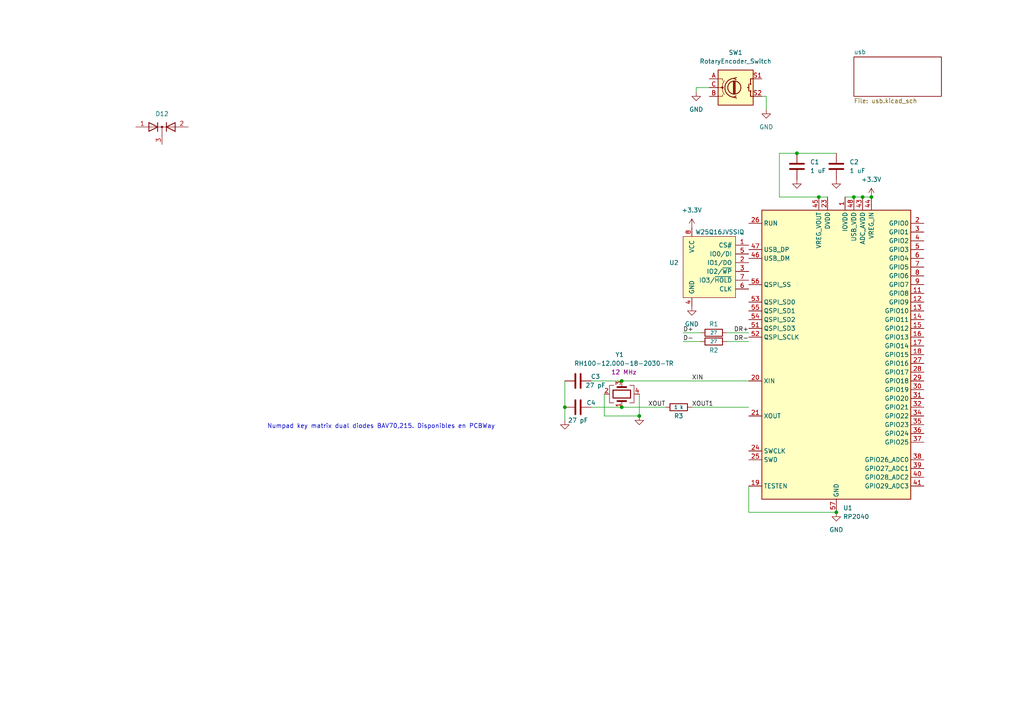
<source format=kicad_sch>
(kicad_sch (version 20230121) (generator eeschema)
  (paper "A4")
  (title_block (title "Unpad") (date "2023-09-19") (rev "0.0"))
  (lib_symbols
    (symbol "Device:C" (pin_numbers hide) (pin_names (offset 0.254))
      (property "Reference" "C" (at 0.635 2.54 0))
      (property "Value" "C" (at 0.635 -2.54 0))
      (symbol "C_0_1"
        (polyline (pts (xy -2.032 -0.762) (xy 2.032 -0.762)) (stroke (width 0.508)))
        (polyline (pts (xy -2.032 0.762) (xy 2.032 0.762)) (stroke (width 0.508)))
      )
      (symbol "C_1_1"
        (pin passive line (at 0 3.81 270) (length 2.794) (name "~") (number "1"))
        (pin passive line (at 0 -3.81 90) (length 2.794) (name "~") (number "2"))
      )
    )
    (symbol "Device:Crystal_GND24" (pin_names (offset 1.016) hide)
      (property "Reference" "Y" (at 3.175 5.08 0))
      (property "Value" "Crystal_GND24" (at 3.175 3.175 0))
      (symbol "Crystal_GND24_0_1"
        (rectangle (start -1.143 2.54) (end 1.143 -2.54) (stroke (width 0.3048)))
        (polyline (pts (xy -2.54 0) (xy -2.032 0)))
        (polyline (pts (xy -2.032 -1.27) (xy -2.032 1.27)) (stroke (width 0.508)))
        (polyline (pts (xy 0 -3.81) (xy 0 -3.556)))
        (polyline (pts (xy 0 3.556) (xy 0 3.81)))
        (polyline (pts (xy 2.032 -1.27) (xy 2.032 1.27)) (stroke (width 0.508)))
        (polyline (pts (xy 2.032 0) (xy 2.54 0)))
        (polyline (pts (xy -2.54 -2.286) (xy -2.54 -3.556) (xy 2.54 -3.556) (xy 2.54 -2.286)))
        (polyline (pts (xy -2.54 2.286) (xy -2.54 3.556) (xy 2.54 3.556) (xy 2.54 2.286)))
      )
      (symbol "Crystal_GND24_1_1"
        (pin passive line (at -3.81 0 0) (length 1.27) (name "1") (number "1"))
        (pin passive line (at 0 5.08 270) (length 1.27) (name "2") (number "2"))
        (pin passive line (at 3.81 0 180) (length 1.27) (name "3") (number "3"))
        (pin passive line (at 0 -5.08 90) (length 1.27) (name "4") (number "4"))
      )
    )
    (symbol "Device:R" (pin_numbers hide) (pin_names (offset 0))
      (property "Reference" "R" (at 2.032 0 90))
      (property "Value" "R" (at 0 0 90))
      (symbol "R_0_1"
        (rectangle (start -1.016 -2.54) (end 1.016 2.54) (stroke (width 0.254)))
      )
      (symbol "R_1_1"
        (pin passive line (at 0 3.81 270) (length 1.27) (name "~") (number "1"))
        (pin passive line (at 0 -3.81 90) (length 1.27) (name "~") (number "2"))
      )
    )
    (symbol "Device:RotaryEncoder_Switch" (pin_names (offset 0.254) hide)
      (property "Reference" "SW" (at 0 6.604 0))
      (property "Value" "RotaryEncoder_Switch" (at 0 -6.604 0))
      (symbol "RotaryEncoder_Switch_0_1"
        (rectangle (start -5.08 5.08) (end 5.08 -5.08) (stroke (width 0.254)) (fill (type background)))
        (circle (center -3.81 0) (radius 0.254) (fill (type outline)))
        (circle (center -0.381 0) (radius 1.905) (stroke (width 0.254)))
        (arc (start -0.381 2.667) (mid -3.0988 -0.0635) (end -0.381 -2.794) (stroke (width 0.254)))
        (polyline (pts (xy -0.635 -1.778) (xy -0.635 1.778)) (stroke (width 0.254)))
        (polyline (pts (xy -0.381 -1.778) (xy -0.381 1.778)) (stroke (width 0.254)))
        (polyline (pts (xy -0.127 1.778) (xy -0.127 -1.778)) (stroke (width 0.254)))
        (polyline (pts (xy 3.81 0) (xy 3.429 0)) (stroke (width 0.254)))
        (polyline (pts (xy 3.81 1.016) (xy 3.81 -1.016)) (stroke (width 0.254)))
        (polyline (pts (xy -5.08 -2.54) (xy -3.81 -2.54) (xy -3.81 -2.032)))
        (polyline (pts (xy -5.08 2.54) (xy -3.81 2.54) (xy -3.81 2.032)))
        (polyline (pts (xy 0.254 -3.048) (xy -0.508 -2.794) (xy 0.127 -2.413)) (stroke (width 0.254)))
        (polyline (pts (xy 0.254 2.921) (xy -0.508 2.667) (xy 0.127 2.286)) (stroke (width 0.254)))
        (polyline (pts (xy 5.08 -2.54) (xy 4.318 -2.54) (xy 4.318 -1.016)) (stroke (width 0.254)))
        (polyline (pts (xy 5.08 2.54) (xy 4.318 2.54) (xy 4.318 1.016)) (stroke (width 0.254)))
        (polyline (pts (xy -5.08 0) (xy -3.81 0) (xy -3.81 -1.016) (xy -3.302 -2.032)))
        (polyline (pts (xy -4.318 0) (xy -3.81 0) (xy -3.81 1.016) (xy -3.302 2.032)))
        (circle (center 4.318 -1.016) (radius 0.127) (stroke (width 0.254)))
        (circle (center 4.318 1.016) (radius 0.127) (stroke (width 0.254)))
      )
      (symbol "RotaryEncoder_Switch_1_1"
        (pin passive line (at -7.62 2.54 0) (length 2.54) (name "A") (number "A"))
        (pin passive line (at -7.62 -2.54 0) (length 2.54) (name "B") (number "B"))
        (pin passive line (at -7.62 0 0) (length 2.54) (name "C") (number "C"))
        (pin passive line (at 7.62 2.54 180) (length 2.54) (name "S1") (number "S1"))
        (pin passive line (at 7.62 -2.54 180) (length 2.54) (name "S2") (number "S2"))
      )
    )
    (symbol "Diode:BAV70" (pin_names hide)
      (property "Reference" "D" (at 0.635 -2.54 0))
      (property "Value" "BAV70" (at 0 2.54 0))
      (symbol "BAV70_0_1"
        (polyline (pts (xy -3.81 0) (xy 3.81 0)))
        (polyline (pts (xy 0 0) (xy 0 -2.54)))
        (polyline (pts (xy -1.27 -1.27) (xy -1.27 1.27) (xy -1.27 1.27)) (stroke (width 0.254)))
        (polyline (pts (xy 1.27 -1.27) (xy 1.27 1.27) (xy 1.27 1.27)) (stroke (width 0.254)))
        (polyline (pts (xy -3.81 1.27) (xy -1.27 0) (xy -3.81 -1.27) (xy -3.81 1.27) (xy -3.81 1.27) (xy -3.81 1.27)) (stroke (width 0.254)))
        (polyline (pts (xy 3.81 -1.27) (xy 1.27 0) (xy 3.81 1.27) (xy 3.81 -1.27) (xy 3.81 -1.27) (xy 3.81 -1.27)) (stroke (width 0.254)))
        (circle (center 0 0) (radius 0.254) (fill (type outline)))
        (pin passive line (at -7.62 0 0) (length 3.81) (name "A") (number "1"))
        (pin passive line (at 7.62 0 180) (length 3.81) (name "A") (number "2"))
        (pin passive line (at 0 -5.08 90) (length 2.54) (name "K") (number "3"))
      )
    )
    (symbol "MCU_RaspberryPi:RP2040"
      (property "Reference" "U" (at 17.78 45.72 0))
      (property "Value" "RP2040" (at 17.78 43.18 0))
      (symbol "RP2040_0_1"
        (rectangle (start -21.59 41.91) (end 21.59 -41.91) (stroke (width 0.254)) (fill (type background)))
      )
      (symbol "RP2040_1_1"
        (pin power_in line (at 2.54 45.72 270) (length 3.81) (name "IOVDD") (number "1"))
        (pin passive line (at 2.54 45.72 270) (length 3.81) hide (name "IOVDD") (number "10"))
        (pin bidirectional line (at 25.4 17.78 180) (length 3.81) (name "GPIO8") (number "11"))
        (pin bidirectional line (at 25.4 15.24 180) (length 3.81) (name "GPIO9") (number "12"))
        (pin bidirectional line (at 25.4 12.7 180) (length 3.81) (name "GPIO10") (number "13"))
        (pin bidirectional line (at 25.4 10.16 180) (length 3.81) (name "GPIO11") (number "14"))
        (pin bidirectional line (at 25.4 7.62 180) (length 3.81) (name "GPIO12") (number "15"))
        (pin bidirectional line (at 25.4 5.08 180) (length 3.81) (name "GPIO13") (number "16"))
        (pin bidirectional line (at 25.4 2.54 180) (length 3.81) (name "GPIO14") (number "17"))
        (pin bidirectional line (at 25.4 0 180) (length 3.81) (name "GPIO15") (number "18"))
        (pin input line (at -25.4 -38.1 0) (length 3.81) (name "TESTEN") (number "19"))
        (pin bidirectional line (at 25.4 38.1 180) (length 3.81) (name "GPIO0") (number "2"))
        (pin input line (at -25.4 -7.62 0) (length 3.81) (name "XIN") (number "20"))
        (pin passive line (at -25.4 -17.78 0) (length 3.81) (name "XOUT") (number "21"))
        (pin passive line (at 2.54 45.72 270) (length 3.81) hide (name "IOVDD") (number "22"))
        (pin power_in line (at -2.54 45.72 270) (length 3.81) (name "DVDD") (number "23"))
        (pin input line (at -25.4 -27.94 0) (length 3.81) (name "SWCLK") (number "24"))
        (pin bidirectional line (at -25.4 -30.48 0) (length 3.81) (name "SWD") (number "25"))
        (pin input line (at -25.4 38.1 0) (length 3.81) (name "RUN") (number "26"))
        (pin bidirectional line (at 25.4 -2.54 180) (length 3.81) (name "GPIO16") (number "27"))
        (pin bidirectional line (at 25.4 -5.08 180) (length 3.81) (name "GPIO17") (number "28"))
        (pin bidirectional line (at 25.4 -7.62 180) (length 3.81) (name "GPIO18") (number "29"))
        (pin bidirectional line (at 25.4 35.56 180) (length 3.81) (name "GPIO1") (number "3"))
        (pin bidirectional line (at 25.4 -10.16 180) (length 3.81) (name "GPIO19") (number "30"))
        (pin bidirectional line (at 25.4 -12.7 180) (length 3.81) (name "GPIO20") (number "31"))
        (pin bidirectional line (at 25.4 -15.24 180) (length 3.81) (name "GPIO21") (number "32"))
        (pin passive line (at 2.54 45.72 270) (length 3.81) hide (name "IOVDD") (number "33"))
        (pin bidirectional line (at 25.4 -17.78 180) (length 3.81) (name "GPIO22") (number "34"))
        (pin bidirectional line (at 25.4 -20.32 180) (length 3.81) (name "GPIO23") (number "35"))
        (pin bidirectional line (at 25.4 -22.86 180) (length 3.81) (name "GPIO24") (number "36"))
        (pin bidirectional line (at 25.4 -25.4 180) (length 3.81) (name "GPIO25") (number "37"))
        (pin bidirectional line (at 25.4 -30.48 180) (length 3.81) (name "GPIO26_ADC0") (number "38"))
        (pin bidirectional line (at 25.4 -33.02 180) (length 3.81) (name "GPIO27_ADC1") (number "39"))
        (pin bidirectional line (at 25.4 33.02 180) (length 3.81) (name "GPIO2") (number "4"))
        (pin bidirectional line (at 25.4 -35.56 180) (length 3.81) (name "GPIO28_ADC2") (number "40"))
        (pin bidirectional line (at 25.4 -38.1 180) (length 3.81) (name "GPIO29_ADC3") (number "41"))
        (pin passive line (at 2.54 45.72 270) (length 3.81) hide (name "IOVDD") (number "42"))
        (pin power_in line (at 7.62 45.72 270) (length 3.81) (name "ADC_AVDD") (number "43"))
        (pin power_in line (at 10.16 45.72 270) (length 3.81) (name "VREG_IN") (number "44"))
        (pin power_out line (at -5.08 45.72 270) (length 3.81) (name "VREG_VOUT") (number "45"))
        (pin bidirectional line (at -25.4 27.94 0) (length 3.81) (name "USB_DM") (number "46"))
        (pin bidirectional line (at -25.4 30.48 0) (length 3.81) (name "USB_DP") (number "47"))
        (pin power_in line (at 5.08 45.72 270) (length 3.81) (name "USB_VDD") (number "48"))
        (pin passive line (at 2.54 45.72 270) (length 3.81) hide (name "IOVDD") (number "49"))
        (pin bidirectional line (at 25.4 30.48 180) (length 3.81) (name "GPIO3") (number "5"))
        (pin passive line (at -2.54 45.72 270) (length 3.81) hide (name "DVDD") (number "50"))
        (pin bidirectional line (at -25.4 7.62 0) (length 3.81) (name "QSPI_SD3") (number "51"))
        (pin output line (at -25.4 5.08 0) (length 3.81) (name "QSPI_SCLK") (number "52"))
        (pin bidirectional line (at -25.4 15.24 0) (length 3.81) (name "QSPI_SD0") (number "53"))
        (pin bidirectional line (at -25.4 10.16 0) (length 3.81) (name "QSPI_SD2") (number "54"))
        (pin bidirectional line (at -25.4 12.7 0) (length 3.81) (name "QSPI_SD1") (number "55"))
        (pin bidirectional line (at -25.4 20.32 0) (length 3.81) (name "QSPI_SS") (number "56"))
        (pin power_in line (at 0 -45.72 90) (length 3.81) (name "GND") (number "57"))
        (pin bidirectional line (at 25.4 27.94 180) (length 3.81) (name "GPIO4") (number "6"))
        (pin bidirectional line (at 25.4 25.4 180) (length 3.81) (name "GPIO5") (number "7"))
        (pin bidirectional line (at 25.4 22.86 180) (length 3.81) (name "GPIO6") (number "8"))
        (pin bidirectional line (at 25.4 20.32 180) (length 3.81) (name "GPIO7") (number "9"))
      )
    )
    (symbol "QSPI_flash:W25Q16JVSSIQ" (pin_names (offset 1.016))
      (property "Reference" "U" (at -7.62 12.7 0))
      (property "Value" "W25Q16JVSSIQ" (at -7.62 10.16 0))
      (symbol "W25Q16JVSSIQ_0_1"
        (rectangle (start -7.62 8.89) (end 7.62 -8.89) (fill (type background)))
      )
      (symbol "W25Q16JVSSIQ_1_1"
        (pin input line (at -11.43 6.35 0) (length 3.81) (name "CS#") (number "1"))
        (pin bidirectional line (at -11.43 1.27 0) (length 3.81) (name "IO1/DO") (number "2"))
        (pin input line (at -11.43 -1.27 0) (length 3.81) (name "IO2/~{WP}") (number "3"))
        (pin power_in line (at 5.08 -11.43 90) (length 2.54) (name "GND") (number "4"))
        (pin bidirectional line (at -11.43 3.81 0) (length 3.81) (name "IO0/DI") (number "5"))
        (pin input line (at -11.43 -6.35 0) (length 3.81) (name "CLK") (number "6"))
        (pin input line (at -11.43 -3.81 0) (length 3.81) (name "IO3/~{HOLD}") (number "7"))
        (pin power_in line (at 5.08 11.43 270) (length 2.54) (name "VCC") (number "8"))
      )
    )
    (symbol "power:+3.3V" (power) (pin_names (offset 0))
      (property "Value" "+3.3V" (at 0 3.556 0))
      (symbol "+3.3V_0_1"
        (polyline (pts (xy -0.762 1.27) (xy 0 2.54)))
        (polyline (pts (xy 0 0) (xy 0 2.54)))
        (polyline (pts (xy 0 2.54) (xy 0.762 1.27)))
      )
      (symbol "+3.3V_1_1"
        (pin power_in line (at 0 0 90) (length 0) hide (name "+3.3V") (number "1"))
      )
    )
    (symbol "power:GND" (power) (pin_names (offset 0))
      (property "Value" "GND" (at 0 -3.81 0))
      (symbol "GND_0_1"
        (polyline (pts (xy 0 0) (xy 0 -1.27) (xy 1.27 -1.27) (xy 0 -2.54) (xy -1.27 -1.27) (xy 0 -1.27)))
      )
      (symbol "GND_1_1"
        (pin power_in line (at 0 0 270) (length 0) hide (name "GND") (number "1"))
      )
    )
  )
  (junction (at 252.73 57.15))
  (junction (at 237.49 57.15))
  (junction (at 247.65 57.15))
  (junction (at 180.34 110.49))
  (junction (at 185.42 120.65))
  (junction (at 180.34 118.11))
  (junction (at 250.19 57.15))
  (junction (at 163.83 118.11))
  (junction (at 242.57 148.59))
  (junction (at 231.14 44.45))
  (wire (pts (xy 175.26 114.3) (xy 175.26 120.65)))
  (wire (pts (xy 180.34 110.49) (xy 217.17 110.49)))
  (wire (pts (xy 201.93 25.4) (xy 201.93 26.67)))
  (wire (pts (xy 180.34 118.11) (xy 193.04 118.11)))
  (wire (pts (xy 203.2 96.52) (xy 198.12 96.52)))
  (wire (pts (xy 231.14 44.45) (xy 226.06 44.45)))
  (wire (pts (xy 171.45 110.49) (xy 180.34 110.49)))
  (wire (pts (xy 171.45 118.11) (xy 180.34 118.11)))
  (wire (pts (xy 217.17 148.59) (xy 242.57 148.59)))
  (wire (pts (xy 245.11 57.15) (xy 247.65 57.15)))
  (wire (pts (xy 222.25 27.94) (xy 220.98 27.94)))
  (wire (pts (xy 250.19 57.15) (xy 252.73 57.15)))
  (wire (pts (xy 203.2 99.06) (xy 198.12 99.06)))
  (wire (pts (xy 226.06 44.45) (xy 226.06 57.15)))
  (wire (pts (xy 226.06 57.15) (xy 237.49 57.15)))
  (wire (pts (xy 242.57 44.45) (xy 231.14 44.45)))
  (wire (pts (xy 210.82 96.52) (xy 217.17 96.52)))
  (wire (pts (xy 200.66 118.11) (xy 217.17 118.11)))
  (wire (pts (xy 175.26 120.65) (xy 185.42 120.65)))
  (wire (pts (xy 163.83 110.49) (xy 163.83 118.11)))
  (wire (pts (xy 222.25 31.75) (xy 222.25 27.94)))
  (wire (pts (xy 185.42 120.65) (xy 185.42 114.3)))
  (wire (pts (xy 237.49 57.15) (xy 240.03 57.15)))
  (wire (pts (xy 210.82 99.06) (xy 217.17 99.06)))
  (wire (pts (xy 217.17 140.97) (xy 217.17 148.59)))
  (wire (pts (xy 247.65 57.15) (xy 250.19 57.15)))
  (wire (pts (xy 205.74 25.4) (xy 201.93 25.4)))
  (wire (pts (xy 163.83 118.11) (xy 163.83 121.92)))
  (text "Numpad key matrix dual diodes BAV70,215. Disponibles en PCBWay\n" (at 77.47 124.46 0) (effects (font (size 1.27 1.27)) (justify left bottom)))
  (label "D-" (at 198.12 99.06 0))
  (label "DR+" (at 217.17 96.52 180))
  (label "DR-" (at 217.17 99.06 180))
  (label "XOUT1" (at 200.66 118.11 0))
  (label "XOUT" (at 187.96 118.11 0))
  (label "D+" (at 198.12 96.52 0))
  (label "XIN" (at 200.66 110.49 0))
  (symbol (lib_id "MCU_RaspberryPi:RP2040") (at 242.57 102.87 0) (unit 1)
    (property "Reference" "U1" (at 244.5259 147.32 0) (effects (justify left)))
    (property "Value" "RP2040" (at 244.5259 149.86 0) (effects (justify left)))
    (property "Footprint" "Package_DFN_QFN:QFN-56-1EP_7x7mm_P0.4mm_EP3.2x3.2mm" (effects hide))
    (property "Datasheet" "https://datasheets.raspberrypi.com/rp2040/rp2040-datasheet.pdf" (effects hide))
    (property "Manufacturer" "Raspberry Pi" (effects hide))
  )
  (symbol (lib_id "Device:R") (at 196.85 118.11 270) (unit 1)
    (property "Reference" "R3" (at 196.85 120.65 90))
    (property "Value" "1 k" (at 196.85 118.11 90) (effects (font (size 1.016 1.016))))
    (property "Footprint" "kicad_pcb:R_0402_1005Metric" (effects hide))
    (property "Manufacturer" "Generic 1% resistor" (effects hide))
  )
  (symbol (lib_id "power:GND") (at 201.93 26.67 0) (unit 1)
    (property "Reference" "#PWR01" (effects hide))
    (property "Value" "GND" (at 201.93 31.75 0))
  )
  (symbol (lib_id "Device:C") (at 167.64 110.49 270) (unit 1)
    (property "Reference" "C3" (at 172.72 109.22 90))
    (property "Value" "27 pF" (at 172.72 111.76 90))
    (property "Footprint" "kicad_pcb:C_0402_1005Metric" (effects hide))
    (property "Manufacturer" "Generic NP0 capacitor" (effects hide))
  )
  (symbol (lib_id "Device:C") (at 242.57 48.26 180) (unit 1)
    (property "Reference" "C2" (at 246.38 46.9899 0) (effects (justify right)))
    (property "Value" "1 uF" (at 246.38 49.5299 0) (effects (justify right)))
    (property "Footprint" "kicad_pcb:C_0402_1005Metric" (effects hide))
    (property "Manufacturer" "Generic X5R capacitor" (effects hide))
  )
  (symbol (lib_id "power:+3.3V") (at 200.66 66.04 0) (unit 1)
    (property "Reference" "#PWR011" (effects hide))
    (property "Value" "+3.3V" (at 200.66 60.96 0))
  )
  (symbol (lib_id "power:GND") (at 222.25 31.75 0) (unit 1)
    (property "Reference" "#PWR02" (effects hide))
    (property "Value" "GND" (at 222.25 36.83 0))
  )
  (symbol (lib_id "power:GND") (at 200.66 88.9 0) (unit 1)
    (property "Reference" "#PWR012" (effects hide))
    (property "Value" "GND" (at 200.66 93.98 0))
  )
  (symbol (lib_id "Device:R") (at 207.01 96.52 90) (mirror x) (unit 1)
    (property "Reference" "R1" (at 207.01 93.98 90))
    (property "Value" "27" (at 207.01 96.52 90) (effects (font (size 1.016 1.016))))
    (property "Footprint" "kicad_pcb:R_0402_1005Metric" (effects hide))
    (property "Manufacturer" "Generic 1% resistor" (effects hide))
  )
  (symbol (lib_id "power:GND") (at 185.42 120.65 0) (unit 1)
    (property "Reference" "#PWR010" (effects hide))
    (property "Value" "ground" (effects hide))
  )
  (symbol (lib_id "power:GND") (at 242.57 52.07 0) (unit 1)
    (property "Reference" "#PWR08" (effects hide))
    (property "Value" "ground" (effects hide))
  )
  (symbol (lib_id "Device:RotaryEncoder_Switch") (at 213.36 25.4 0) (unit 1)
    (property "Reference" "SW1" (at 213.36 15.24 0))
    (property "Value" "RotaryEncoder_Switch" (at 213.36 17.78 0))
  )
  (symbol (lib_id "Device:R") (at 207.01 99.06 90) (mirror x) (unit 1)
    (property "Reference" "R2" (at 207.01 101.6 90))
    (property "Value" "27" (at 207.01 99.06 90) (effects (font (size 1.016 1.016))))
    (property "Footprint" "kicad_pcb:R_0402_1005Metric" (effects hide))
    (property "Manufacturer" "Generic 1% resistor" (effects hide))
  )
  (symbol (lib_id "Diode:BAV70") (at 46.99 36.83 0) (unit 1)
    (property "Reference" "D12" (at 46.99 33.02 0))
    (property "Value" "BAV70" (effects hide))
    (property "Footprint" "Package_TO_SOT_SMD:SOT-23" (effects hide))
    (property "Datasheet" "https://assets.nexperia.com/documents/data-sheet/BAV70_SER.pdf" (effects hide))
  )
  (symbol (lib_id "QSPI_flash:W25Q16JVSSIQ") (at 205.74 77.47 0) (mirror y) (unit 1)
    (property "Reference" "U2" (at 196.85 76.1999 0) (effects (justify left)))
    (property "Value" "W25Q16JVSSIQ" (at 215.9 67.31 0) (effects (justify left)))
    (property "Footprint" "Package_SO:SOIC-8_5.23x5.23mm_P1.27mm" (effects hide))
    (property "Datasheet" "https://www.winbond.com/resource-files/w25q16jv%20spi%20revg%2003222018%20plus.pdf" (effects hide))
    (property "Description" "QSPI flash 16 Mb" (effects hide))
    (property "Manufacturer" "Winbond" (effects hide))
  )
  (symbol (lib_id "power:GND") (at 231.14 52.07 0) (unit 1)
    (property "Reference" "#PWR07" (effects hide))
    (property "Value" "ground" (effects hide))
  )
  (symbol (lib_id "power:GND") (at 242.57 148.59 0) (unit 1)
    (property "Reference" "#PWR05" (effects hide))
    (property "Value" "GND" (at 242.57 153.67 0))
  )
  (symbol (lib_id "Device:C") (at 167.64 118.11 270) (unit 1)
    (property "Reference" "C4" (at 171.45 116.84 90))
    (property "Value" "27 pF" (at 167.64 121.92 90))
    (property "Footprint" "kicad_pcb:C_0402_1005Metric" (effects hide))
    (property "Manufacturer" "Generic NP0 capacitor" (effects hide))
  )
  (symbol (lib_id "power:+3.3V") (at 252.73 57.15 0) (unit 1)
    (property "Reference" "#PWR06" (effects hide))
    (property "Value" "+3.3V" (at 252.73 52.07 0))
  )
  (symbol (lib_id "Device:Crystal_GND24") (at 180.34 114.3 90) (unit 1)
    (property "Reference" "Y1" (at 179.705 102.87 90))
    (property "Value" "RH100-12.000-18-2030-TR" (at 180.975 105.41 90))
    (property "Footprint" "Oscillator:Oscillator_SMD_SeikoEpson_SG8002CE-4Pin_3.2x2.5mm" (effects hide))
    (property "Description" "12 MHz" (at 180.975 107.95 90))
    (property "Manufacturer" "Raltron" (effects hide))
  )
  (symbol (lib_id "Device:C") (at 231.14 48.26 180) (unit 1)
    (property "Reference" "C1" (at 234.95 46.9899 0) (effects (justify right)))
    (property "Value" "1 uF" (at 234.95 49.5299 0) (effects (justify right)))
    (property "Footprint" "kicad_pcb:C_0402_1005Metric" (effects hide))
    (property "Manufacturer" "Generic X5R capacitor" (effects hide))
  )
  (symbol (lib_id "power:GND") (at 163.83 121.92 0) (unit 1)
    (property "Reference" "#PWR09" (effects hide))
    (property "Value" "ground" (effects hide))
  )
  (sheet (at 247.65 16.51) (size 25.4 11.43) (stroke (width 0.1524))
    (property "Sheetname" "usb" (at 247.65 15.7984 0) (effects (justify left bottom)))
    (property "Sheetfile" "usb.kicad_sch" (at 247.65 28.5246 0) (effects (justify left top)))
  )
)
</source>
